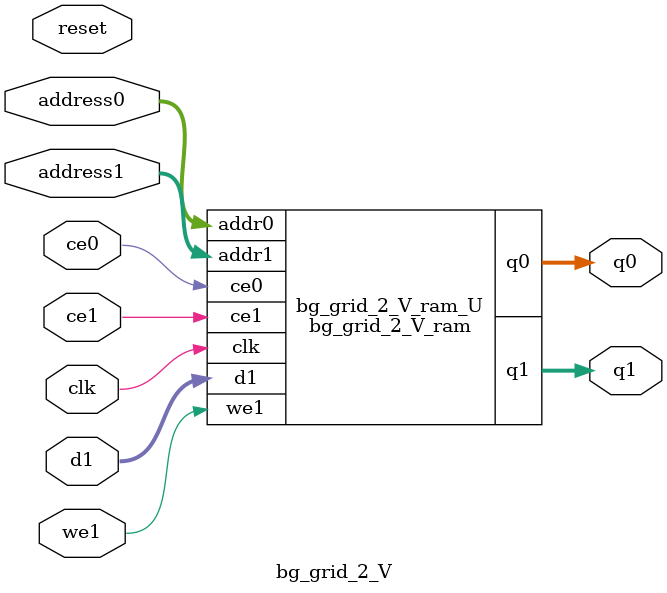
<source format=v>
`timescale 1 ns / 1 ps
module bg_grid_2_V_ram (addr0, ce0, q0, addr1, ce1, d1, we1, q1,  clk);

parameter DWIDTH = 96;
parameter AWIDTH = 8;
parameter MEM_SIZE = 161;

input[AWIDTH-1:0] addr0;
input ce0;
output reg[DWIDTH-1:0] q0;
input[AWIDTH-1:0] addr1;
input ce1;
input[DWIDTH-1:0] d1;
input we1;
output reg[DWIDTH-1:0] q1;
input clk;

(* ram_style = "block" *)reg [DWIDTH-1:0] ram[0:MEM_SIZE-1];




always @(posedge clk)  
begin 
    if (ce0) begin
        q0 <= ram[addr0];
    end
end


always @(posedge clk)  
begin 
    if (ce1) begin
        if (we1) 
            ram[addr1] <= d1; 
        q1 <= ram[addr1];
    end
end


endmodule

`timescale 1 ns / 1 ps
module bg_grid_2_V(
    reset,
    clk,
    address0,
    ce0,
    q0,
    address1,
    ce1,
    we1,
    d1,
    q1);

parameter DataWidth = 32'd96;
parameter AddressRange = 32'd161;
parameter AddressWidth = 32'd8;
input reset;
input clk;
input[AddressWidth - 1:0] address0;
input ce0;
output[DataWidth - 1:0] q0;
input[AddressWidth - 1:0] address1;
input ce1;
input we1;
input[DataWidth - 1:0] d1;
output[DataWidth - 1:0] q1;



bg_grid_2_V_ram bg_grid_2_V_ram_U(
    .clk( clk ),
    .addr0( address0 ),
    .ce0( ce0 ),
    .q0( q0 ),
    .addr1( address1 ),
    .ce1( ce1 ),
    .we1( we1 ),
    .d1( d1 ),
    .q1( q1 ));

endmodule


</source>
